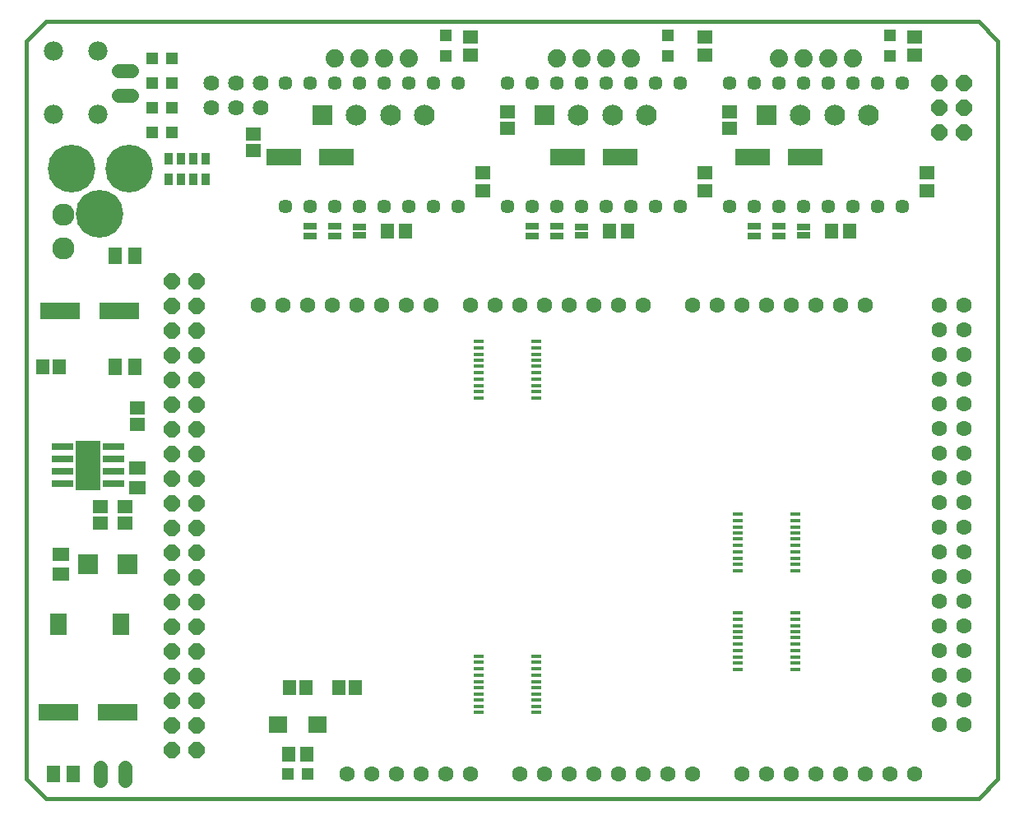
<source format=gts>
G75*
%MOIN*%
%OFA0B0*%
%FSLAX24Y24*%
%IPPOS*%
%LPD*%
%AMOC8*
5,1,8,0,0,1.08239X$1,22.5*
%
%ADD10C,0.0160*%
%ADD11C,0.0631*%
%ADD12R,0.0512X0.0512*%
%ADD13R,0.0552X0.0631*%
%ADD14C,0.0740*%
%ADD15C,0.0571*%
%ADD16C,0.0640*%
%ADD17R,0.0631X0.0552*%
%ADD18R,0.1418X0.0670*%
%ADD19C,0.1930*%
%ADD20C,0.0580*%
%ADD21R,0.0840X0.0840*%
%ADD22C,0.0840*%
%ADD23C,0.0900*%
%ADD24C,0.0780*%
%ADD25OC8,0.0640*%
%ADD26R,0.0540X0.0290*%
%ADD27R,0.0335X0.0473*%
%ADD28R,0.0906X0.0276*%
%ADD29R,0.1040X0.2040*%
%ADD30R,0.0670X0.0552*%
%ADD31R,0.0552X0.0670*%
%ADD32R,0.1615X0.0670*%
%ADD33R,0.0670X0.0906*%
%ADD34R,0.0394X0.0177*%
%ADD35R,0.0827X0.0827*%
%ADD36R,0.0749X0.0709*%
D10*
X002180Y002467D02*
X002967Y001680D01*
X040763Y001680D01*
X041550Y002467D01*
X041550Y032389D01*
X040763Y033176D01*
X002967Y033176D01*
X002180Y032389D01*
X002180Y002467D01*
D11*
X015180Y002680D03*
X016180Y002680D03*
X017180Y002680D03*
X018180Y002680D03*
X019180Y002680D03*
X020180Y002680D03*
X022180Y002680D03*
X023180Y002680D03*
X024180Y002680D03*
X025180Y002680D03*
X026180Y002680D03*
X027180Y002680D03*
X028180Y002680D03*
X029180Y002680D03*
X031180Y002680D03*
X032180Y002680D03*
X033180Y002680D03*
X034180Y002680D03*
X035180Y002680D03*
X036180Y002680D03*
X037180Y002680D03*
X038180Y002680D03*
X039180Y004680D03*
X040180Y004680D03*
X040180Y005680D03*
X039180Y005680D03*
X039180Y006680D03*
X040180Y006680D03*
X040180Y007680D03*
X040180Y008680D03*
X039180Y008680D03*
X039180Y007680D03*
X039180Y009680D03*
X040180Y009680D03*
X040180Y010680D03*
X039180Y010680D03*
X039180Y011680D03*
X040180Y011680D03*
X040180Y012680D03*
X039180Y012680D03*
X039180Y013680D03*
X040180Y013680D03*
X040180Y014680D03*
X040180Y015680D03*
X039180Y015680D03*
X039180Y014680D03*
X039180Y016680D03*
X040180Y016680D03*
X040180Y017680D03*
X039180Y017680D03*
X039180Y018680D03*
X040180Y018680D03*
X040180Y019680D03*
X039180Y019680D03*
X039180Y020680D03*
X040180Y020680D03*
X040180Y021680D03*
X039180Y021680D03*
X036180Y021680D03*
X035180Y021680D03*
X034180Y021680D03*
X033180Y021680D03*
X032180Y021680D03*
X031180Y021680D03*
X030180Y021680D03*
X029180Y021680D03*
X027180Y021680D03*
X026180Y021680D03*
X025180Y021680D03*
X024180Y021680D03*
X023180Y021680D03*
X022180Y021680D03*
X021180Y021680D03*
X020180Y021680D03*
X018580Y021680D03*
X017580Y021680D03*
X016580Y021680D03*
X015580Y021680D03*
X014580Y021680D03*
X013580Y021680D03*
X012580Y021680D03*
X011580Y021680D03*
D12*
X008093Y028680D03*
X007267Y028680D03*
X007267Y029680D03*
X008093Y029680D03*
X008093Y030680D03*
X007267Y030680D03*
X007267Y031680D03*
X008093Y031680D03*
X019180Y031767D03*
X019180Y032593D03*
X028180Y032593D03*
X028180Y031767D03*
X037180Y031767D03*
X037180Y032593D03*
X013593Y002680D03*
X012767Y002680D03*
D13*
X012806Y003480D03*
X013554Y003480D03*
X013515Y006180D03*
X012845Y006180D03*
X014845Y006180D03*
X015515Y006180D03*
X003515Y019180D03*
X002845Y019180D03*
X016806Y024680D03*
X017554Y024680D03*
X025806Y024680D03*
X026554Y024680D03*
X034806Y024680D03*
X035554Y024680D03*
D14*
X035680Y031680D03*
X034680Y031680D03*
X033680Y031680D03*
X032680Y031680D03*
X026680Y031680D03*
X025680Y031680D03*
X024680Y031680D03*
X023680Y031680D03*
X017680Y031680D03*
X016680Y031680D03*
X015680Y031680D03*
X014680Y031680D03*
D15*
X014680Y030680D03*
X013680Y030680D03*
X012680Y030680D03*
X015680Y030680D03*
X016680Y030680D03*
X017680Y030680D03*
X018680Y030680D03*
X019680Y030680D03*
X021680Y030680D03*
X022680Y030680D03*
X023680Y030680D03*
X024680Y030680D03*
X025680Y030680D03*
X026680Y030680D03*
X027680Y030680D03*
X028680Y030680D03*
X030680Y030680D03*
X031680Y030680D03*
X032680Y030680D03*
X033680Y030680D03*
X034680Y030680D03*
X035680Y030680D03*
X036680Y030680D03*
X037680Y030680D03*
X037680Y025680D03*
X036680Y025680D03*
X035680Y025680D03*
X034680Y025680D03*
X033680Y025680D03*
X032680Y025680D03*
X031680Y025680D03*
X030680Y025680D03*
X028680Y025680D03*
X027680Y025680D03*
X026680Y025680D03*
X025680Y025680D03*
X024680Y025680D03*
X023680Y025680D03*
X022680Y025680D03*
X021680Y025680D03*
X019680Y025680D03*
X018680Y025680D03*
X017680Y025680D03*
X016680Y025680D03*
X015680Y025680D03*
X014680Y025680D03*
X013680Y025680D03*
X012680Y025680D03*
D16*
X011680Y029680D03*
X010680Y029680D03*
X010680Y030680D03*
X011680Y030680D03*
X009680Y030680D03*
X009680Y029680D03*
D17*
X011380Y028615D03*
X011380Y027945D03*
X020180Y031806D03*
X020180Y032554D03*
X021680Y029515D03*
X021680Y028845D03*
X020680Y027054D03*
X020680Y026306D03*
X029680Y026306D03*
X029680Y027054D03*
X030680Y028845D03*
X030680Y029515D03*
X029680Y031806D03*
X029680Y032554D03*
X038180Y032554D03*
X038180Y031806D03*
X038680Y027054D03*
X038680Y026306D03*
X006680Y017515D03*
X006680Y016845D03*
X006180Y013515D03*
X006180Y012845D03*
X005180Y012845D03*
X005180Y013515D03*
D18*
X012617Y027680D03*
X014743Y027680D03*
X024117Y027680D03*
X026243Y027680D03*
X031617Y027680D03*
X033743Y027680D03*
D19*
X006337Y027219D03*
X004015Y027219D03*
X005156Y025369D03*
D20*
X005910Y030180D02*
X006450Y030180D01*
X006450Y031180D02*
X005910Y031180D01*
X006180Y002950D02*
X006180Y002410D01*
X005180Y002410D02*
X005180Y002950D01*
D21*
X014180Y029380D03*
X023180Y029380D03*
X032180Y029380D03*
D22*
X033558Y029380D03*
X034936Y029380D03*
X036314Y029380D03*
X027314Y029380D03*
X025936Y029380D03*
X024558Y029380D03*
X018314Y029380D03*
X016936Y029380D03*
X015558Y029380D03*
D23*
X003680Y025349D03*
X003680Y023971D03*
D24*
X003290Y029400D03*
X005070Y029400D03*
X005070Y031960D03*
X003290Y031960D03*
D25*
X008066Y022637D03*
X009066Y022637D03*
X009066Y021637D03*
X008066Y021637D03*
X008066Y020637D03*
X009066Y020637D03*
X009066Y019637D03*
X008066Y019637D03*
X008066Y018637D03*
X009066Y018637D03*
X009066Y017637D03*
X008066Y017637D03*
X008066Y016637D03*
X009066Y016637D03*
X009066Y015637D03*
X008066Y015637D03*
X008066Y014637D03*
X009066Y014637D03*
X009066Y013637D03*
X008066Y013637D03*
X008066Y012637D03*
X009066Y012637D03*
X009066Y011637D03*
X008066Y011637D03*
X008066Y010637D03*
X009066Y010637D03*
X009066Y009637D03*
X008066Y009637D03*
X008066Y008637D03*
X009066Y008637D03*
X009066Y007637D03*
X008066Y007637D03*
X008066Y006637D03*
X009066Y006637D03*
X009066Y005637D03*
X008066Y005637D03*
X008066Y004637D03*
X009066Y004637D03*
X009066Y003637D03*
X008066Y003637D03*
X039180Y028680D03*
X040180Y028680D03*
X040180Y029680D03*
X039180Y029680D03*
X039180Y030680D03*
X040180Y030680D03*
D26*
X033680Y024857D03*
X033680Y024503D03*
X032680Y024480D03*
X032680Y024880D03*
X031680Y024880D03*
X031680Y024480D03*
X024680Y024503D03*
X024680Y024857D03*
X023680Y024880D03*
X023680Y024480D03*
X022680Y024480D03*
X022680Y024880D03*
X015680Y024857D03*
X015680Y024503D03*
X014680Y024480D03*
X014680Y024880D03*
X013680Y024880D03*
X013680Y024480D03*
D27*
X009430Y026759D03*
X008930Y026759D03*
X008430Y026759D03*
X007930Y026759D03*
X007930Y027601D03*
X008430Y027601D03*
X008930Y027601D03*
X009430Y027601D03*
D28*
X005704Y015930D03*
X005704Y015430D03*
X005704Y014930D03*
X005704Y014430D03*
X003656Y014430D03*
X003656Y014930D03*
X003656Y015430D03*
X003656Y015930D03*
D29*
X004680Y015180D03*
D30*
X006680Y015074D03*
X006680Y014286D03*
X003580Y011574D03*
X003580Y010786D03*
D31*
X003286Y002680D03*
X004074Y002680D03*
X005786Y019180D03*
X006574Y019180D03*
X006574Y023680D03*
X005786Y023680D03*
D32*
X005932Y021444D03*
X003530Y021444D03*
X003479Y005180D03*
X005881Y005180D03*
D33*
X005999Y008731D03*
X003479Y008731D03*
D34*
X020528Y007448D03*
X020528Y007192D03*
X020528Y006936D03*
X020528Y006680D03*
X020528Y006424D03*
X020528Y006168D03*
X020528Y005912D03*
X020528Y005674D03*
X020528Y005418D03*
X020528Y005162D03*
X022832Y005162D03*
X022832Y005418D03*
X022832Y005674D03*
X022832Y005912D03*
X022832Y006168D03*
X022832Y006424D03*
X022832Y006680D03*
X022832Y006936D03*
X022832Y007192D03*
X022832Y007448D03*
X031028Y007424D03*
X031028Y007168D03*
X031028Y006912D03*
X031028Y007680D03*
X031028Y007936D03*
X031028Y008192D03*
X031028Y008448D03*
X031028Y008686D03*
X031028Y008942D03*
X031028Y009198D03*
X031028Y010912D03*
X031028Y011168D03*
X031028Y011424D03*
X031028Y011680D03*
X031028Y011936D03*
X031028Y012192D03*
X031028Y012448D03*
X031028Y012686D03*
X031028Y012942D03*
X031028Y013198D03*
X033332Y013198D03*
X033332Y012942D03*
X033332Y012686D03*
X033332Y012448D03*
X033332Y012192D03*
X033332Y011936D03*
X033332Y011680D03*
X033332Y011424D03*
X033332Y011168D03*
X033332Y010912D03*
X033332Y009198D03*
X033332Y008942D03*
X033332Y008686D03*
X033332Y008448D03*
X033332Y008192D03*
X033332Y007936D03*
X033332Y007680D03*
X033332Y007424D03*
X033332Y007168D03*
X033332Y006912D03*
X022832Y017912D03*
X022832Y018168D03*
X022832Y018424D03*
X022832Y018680D03*
X022832Y018936D03*
X022832Y019192D03*
X022832Y019448D03*
X022832Y019686D03*
X022832Y019942D03*
X022832Y020198D03*
X020528Y020198D03*
X020528Y019942D03*
X020528Y019686D03*
X020528Y019448D03*
X020528Y019192D03*
X020528Y018936D03*
X020528Y018680D03*
X020528Y018424D03*
X020528Y018168D03*
X020528Y017912D03*
D35*
X006267Y011180D03*
X004693Y011180D03*
D36*
X012373Y004680D03*
X013987Y004680D03*
M02*

</source>
